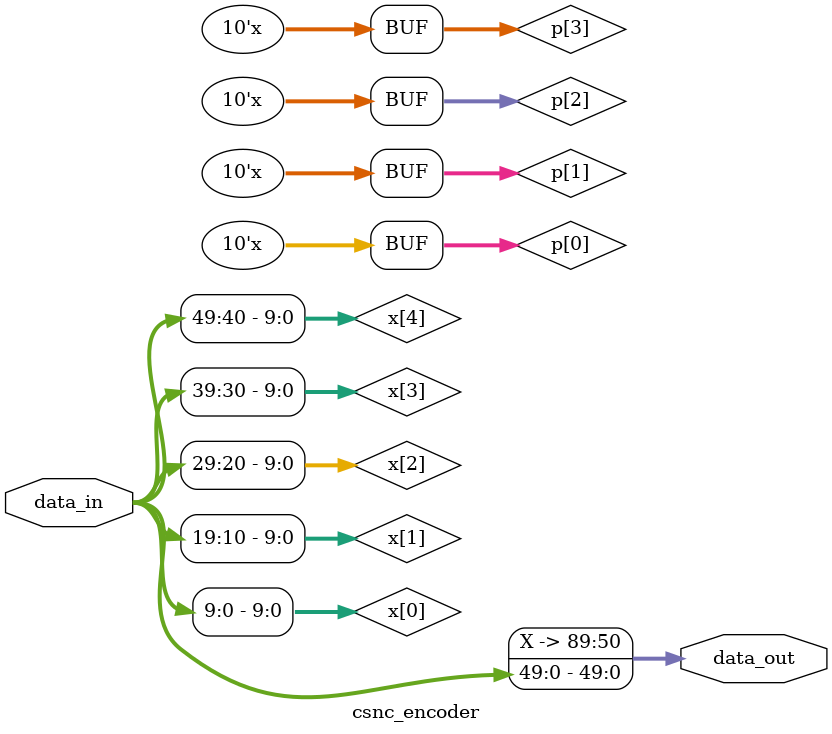
<source format=v>
`timescale 1ns / 1ps

module cyclic_basis_op #(
    parameter L = 11,
    parameter SHIFT = 0
) (
    input  wire [L-2:0] in_vec,
    output wire [L-2:0] out_vec
);
    // 逻辑对应 Python 中的:
    // 1. zero_eye: 扩展到 L 维 (在 index 0 处补 0)
    // 2. Cyclic Shift: 循环右移 SHIFT 位
    // 3. one_eye: 压缩回 L-1 维 (index 0 加到其他位)

    wire [L-1:0] expanded;
    wire [L-1:0] shifted;

    // 1. Expand: [u_{L-2}, ..., u_0] -> [u_{L-2}, ..., u_0, 0]
    // 对应 Python zero_eye (L x L-1)，第一行为0。我们假设 bit 0 对应 index 0。
    assign expanded = {in_vec, 1'b0};

    // 2. Cyclic Right Shift by SHIFT
    // Verilog 中 >> 是逻辑右移，我们需要拼接实现循环
    assign shifted = (expanded >> SHIFT) | (expanded << (L - SHIFT));

    // 3. Project: [v_{L-1}, ..., v_1, v_0]
    // 对应 Python one_eye: result[i] = v[i+1] ^ v[0]
    // out_vec[k] 对应 shifted[k+1] ^ shifted[0]
    
    genvar i;
    generate
        for (i = 0; i < L-1; i = i + 1) begin : proj_loop
            assign out_vec[i] = shifted[i+1] ^ shifted[0];
        end
    endgenerate

endmodule


module gf_mult_const #(
    parameter L = 11,
    parameter COEFF = 0 // Integer representation of the field element
) (
    input  wire [L-2:0] in_vec,
    output wire [L-2:0] out_vec
);
    // 每一个置位的比特对应一个循环移位的叠加
    // 例如 COEFF = 11 (binary 1011) -> Shift(0) ^ Shift(1) ^ Shift(3)

    wire [L-2:0] partial_sums [L-1:0]; 
    wire [L-2:0] final_sum;

    genvar b;
    generate
        for (b = 0; b < L; b = b + 1) begin : bit_slice
            if ((COEFF >> b) & 1) begin
                // 如果系数的第 b 位是 1，则实例化一个移位算子
                cyclic_basis_op #(.L(L), .SHIFT(b)) shifter (
                    .in_vec(in_vec),
                    .out_vec(partial_sums[b])
                );
            end else begin
                // 否则输出 0
                assign partial_sums[b] = {(L-1){1'b0}};
            end
        end
    endgenerate

    // 将所有分支结果异或起来
    // 简单的级联异或
    integer k;
    reg [L-2:0] accum;
    always @(*) begin
        accum = 0;
        for (k = 0; k < L; k = k + 1) begin
            accum = accum ^ partial_sums[k];
        end
    end

    assign out_vec = accum;

endmodule


module csnc_encoder (
    input  wire [49:0] data_in,  // 5 symbols * 10 bits
    output wire [89:0] data_out  // 9 symbols * 10 bits
);
    // Parameters matches Python: m=5, k=9, L=11
    localparam L = 11;
    localparam W = L - 1; // 10 bits width

    // Unpack inputs
    wire [W-1:0] x [0:4];
    assign x[0] = data_in[9:0];
    assign x[1] = data_in[19:10];
    assign x[2] = data_in[29:20];
    assign x[3] = data_in[39:30];
    assign x[4] = data_in[49:40];

    // Systematic outputs (first 5 are copy of inputs)
    assign data_out[9:0]   = x[0];
    assign data_out[19:10] = x[1];
    assign data_out[29:20] = x[2];
    assign data_out[39:30] = x[3];
    assign data_out[49:40] = x[4];

    // Parity outputs (calculated based on Vandermonde matrix)
    // Matrix P part (rows 0-4 correspond to inputs x0-x4)
    // Column 5: [1, 11, 69, 743, 19]^T
    // Column 6: [1, 69, 19, 864, 261]^T
    // Column 7: [1, 743, 864, 806, 861]^T
    // Column 8: [1, 19, 261, 861, 49]^T

    // --- Helper to sum 5 multiplication results ---
    // y = sum(x_i * coeff_i)
    
    // We need 4 parity output blocks. Let's define them.
    wire [W-1:0] p [0:3]; // Parity 0, 1, 2, 3 (corresponding to Col 5, 6, 7, 8)

    // --- Parity 0 (Col 5) ---
    // Coeffs: 1, 11, 69, 743, 19
    wire [W-1:0] p0_terms [0:4];
    gf_mult_const #(.L(L), .COEFF(1))   m00 (.in_vec(x[0]), .out_vec(p0_terms[0]));
    gf_mult_const #(.L(L), .COEFF(11))  m01 (.in_vec(x[1]), .out_vec(p0_terms[1]));
    gf_mult_const #(.L(L), .COEFF(69))  m02 (.in_vec(x[2]), .out_vec(p0_terms[2]));
    gf_mult_const #(.L(L), .COEFF(743)) m03 (.in_vec(x[3]), .out_vec(p0_terms[3]));
    gf_mult_const #(.L(L), .COEFF(19))  m04 (.in_vec(x[4]), .out_vec(p0_terms[4]));
    assign p[0] = p0_terms[0] ^ p0_terms[1] ^ p0_terms[2] ^ p0_terms[3] ^ p0_terms[4];

    // --- Parity 1 (Col 6) ---
    // Coeffs: 1, 69, 19, 864, 261
    wire [W-1:0] p1_terms [0:4];
    gf_mult_const #(.L(L), .COEFF(1))   m10 (.in_vec(x[0]), .out_vec(p1_terms[0]));
    gf_mult_const #(.L(L), .COEFF(69))  m11 (.in_vec(x[1]), .out_vec(p1_terms[1]));
    gf_mult_const #(.L(L), .COEFF(19))  m12 (.in_vec(x[2]), .out_vec(p1_terms[2]));
    gf_mult_const #(.L(L), .COEFF(864)) m13 (.in_vec(x[3]), .out_vec(p1_terms[3]));
    gf_mult_const #(.L(L), .COEFF(261)) m14 (.in_vec(x[4]), .out_vec(p1_terms[4]));
    assign p[1] = p1_terms[0] ^ p1_terms[1] ^ p1_terms[2] ^ p1_terms[3] ^ p1_terms[4];

    // --- Parity 2 (Col 7) ---
    // Coeffs: 1, 743, 864, 806, 861
    wire [W-1:0] p2_terms [0:4];
    gf_mult_const #(.L(L), .COEFF(1))   m20 (.in_vec(x[0]), .out_vec(p2_terms[0]));
    gf_mult_const #(.L(L), .COEFF(743)) m21 (.in_vec(x[1]), .out_vec(p2_terms[1]));
    gf_mult_const #(.L(L), .COEFF(864)) m22 (.in_vec(x[2]), .out_vec(p2_terms[2]));
    gf_mult_const #(.L(L), .COEFF(806)) m23 (.in_vec(x[3]), .out_vec(p2_terms[3]));
    gf_mult_const #(.L(L), .COEFF(861)) m24 (.in_vec(x[4]), .out_vec(p2_terms[4]));
    assign p[2] = p2_terms[0] ^ p2_terms[1] ^ p2_terms[2] ^ p2_terms[3] ^ p2_terms[4];

    // --- Parity 3 (Col 8) ---
    // Coeffs: 1, 19, 261, 861, 49
    wire [W-1:0] p3_terms [0:4];
    gf_mult_const #(.L(L), .COEFF(1))   m30 (.in_vec(x[0]), .out_vec(p3_terms[0]));
    gf_mult_const #(.L(L), .COEFF(19))  m31 (.in_vec(x[1]), .out_vec(p3_terms[1]));
    gf_mult_const #(.L(L), .COEFF(261)) m32 (.in_vec(x[2]), .out_vec(p3_terms[2]));
    gf_mult_const #(.L(L), .COEFF(861)) m33 (.in_vec(x[3]), .out_vec(p3_terms[3]));
    gf_mult_const #(.L(L), .COEFF(49))  m34 (.in_vec(x[4]), .out_vec(p3_terms[4]));
    assign p[3] = p3_terms[0] ^ p3_terms[1] ^ p3_terms[2] ^ p3_terms[3] ^ p3_terms[4];

    // Assign Parity Outputs
    assign data_out[59:50] = p[0];
    assign data_out[69:60] = p[1];
    assign data_out[79:70] = p[2];
    assign data_out[89:80] = p[3];

endmodule
</source>
